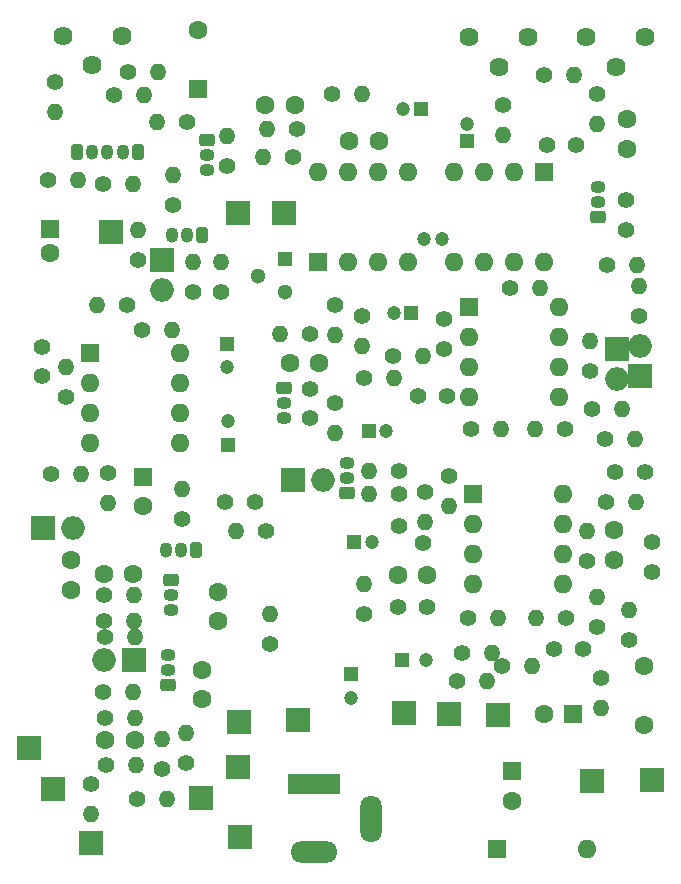
<source format=gbr>
%TF.GenerationSoftware,KiCad,Pcbnew,(6.0.0-0)*%
%TF.CreationDate,2022-11-29T15:18:14-08:00*%
%TF.ProjectId,Ibanez_FL-9,4962616e-657a-45f4-964c-2d392e6b6963,1.0.0*%
%TF.SameCoordinates,Original*%
%TF.FileFunction,Copper,L1,Top*%
%TF.FilePolarity,Positive*%
%FSLAX46Y46*%
G04 Gerber Fmt 4.6, Leading zero omitted, Abs format (unit mm)*
G04 Created by KiCad (PCBNEW (6.0.0-0)) date 2022-11-29 15:18:14*
%MOMM*%
%LPD*%
G01*
G04 APERTURE LIST*
G04 Aperture macros list*
%AMRoundRect*
0 Rectangle with rounded corners*
0 $1 Rounding radius*
0 $2 $3 $4 $5 $6 $7 $8 $9 X,Y pos of 4 corners*
0 Add a 4 corners polygon primitive as box body*
4,1,4,$2,$3,$4,$5,$6,$7,$8,$9,$2,$3,0*
0 Add four circle primitives for the rounded corners*
1,1,$1+$1,$2,$3*
1,1,$1+$1,$4,$5*
1,1,$1+$1,$6,$7*
1,1,$1+$1,$8,$9*
0 Add four rect primitives between the rounded corners*
20,1,$1+$1,$2,$3,$4,$5,0*
20,1,$1+$1,$4,$5,$6,$7,0*
20,1,$1+$1,$6,$7,$8,$9,0*
20,1,$1+$1,$8,$9,$2,$3,0*%
%AMHorizOval*
0 Thick line with rounded ends*
0 $1 width*
0 $2 $3 position (X,Y) of the first rounded end (center of the circle)*
0 $4 $5 position (X,Y) of the second rounded end (center of the circle)*
0 Add line between two ends*
20,1,$1,$2,$3,$4,$5,0*
0 Add two circle primitives to create the rounded ends*
1,1,$1,$2,$3*
1,1,$1,$4,$5*%
G04 Aperture macros list end*
%TA.AperFunction,ComponentPad*%
%ADD10RoundRect,0.250001X-0.799999X-0.799999X0.799999X-0.799999X0.799999X0.799999X-0.799999X0.799999X0*%
%TD*%
%TA.AperFunction,ComponentPad*%
%ADD11C,1.600000*%
%TD*%
%TA.AperFunction,ComponentPad*%
%ADD12C,1.400000*%
%TD*%
%TA.AperFunction,ComponentPad*%
%ADD13O,1.400000X1.400000*%
%TD*%
%TA.AperFunction,ComponentPad*%
%ADD14R,2.000000X2.000000*%
%TD*%
%TA.AperFunction,ComponentPad*%
%ADD15O,2.000000X2.000000*%
%TD*%
%TA.AperFunction,ComponentPad*%
%ADD16R,1.200000X1.200000*%
%TD*%
%TA.AperFunction,ComponentPad*%
%ADD17C,1.200000*%
%TD*%
%TA.AperFunction,ComponentPad*%
%ADD18R,1.600000X1.600000*%
%TD*%
%TA.AperFunction,ComponentPad*%
%ADD19RoundRect,0.249900X0.275100X0.400100X-0.275100X0.400100X-0.275100X-0.400100X0.275100X-0.400100X0*%
%TD*%
%TA.AperFunction,ComponentPad*%
%ADD20O,1.050000X1.300000*%
%TD*%
%TA.AperFunction,ComponentPad*%
%ADD21RoundRect,0.249900X-0.400100X0.275100X-0.400100X-0.275100X0.400100X-0.275100X0.400100X0.275100X0*%
%TD*%
%TA.AperFunction,ComponentPad*%
%ADD22O,1.300000X1.050000*%
%TD*%
%TA.AperFunction,ComponentPad*%
%ADD23RoundRect,0.249900X0.400100X-0.275100X0.400100X0.275100X-0.400100X0.275100X-0.400100X-0.275100X0*%
%TD*%
%TA.AperFunction,ComponentPad*%
%ADD24O,1.600000X1.600000*%
%TD*%
%TA.AperFunction,ComponentPad*%
%ADD25RoundRect,0.249900X-0.275100X-0.400100X0.275100X-0.400100X0.275100X0.400100X-0.275100X0.400100X0*%
%TD*%
%TA.AperFunction,ComponentPad*%
%ADD26R,4.400000X1.800000*%
%TD*%
%TA.AperFunction,ComponentPad*%
%ADD27O,4.000000X1.800000*%
%TD*%
%TA.AperFunction,ComponentPad*%
%ADD28O,1.800000X4.000000*%
%TD*%
%TA.AperFunction,ComponentPad*%
%ADD29C,1.620000*%
%TD*%
%TA.AperFunction,ComponentPad*%
%ADD30R,1.300000X1.300000*%
%TD*%
%TA.AperFunction,ComponentPad*%
%ADD31C,1.300000*%
%TD*%
%TA.AperFunction,ComponentPad*%
%ADD32HorizOval,1.400000X0.000000X0.000000X0.000000X0.000000X0*%
%TD*%
%TA.AperFunction,ViaPad*%
%ADD33C,1.200000*%
%TD*%
G04 APERTURE END LIST*
D10*
%TO.P,JP4,1,A*%
%TO.N,Net-(BT1-Pad1)*%
X219300000Y-100100000D03*
%TD*%
D11*
%TO.P,C126,1*%
%TO.N,Net-(C126-Pad1)*%
X213350000Y-51600000D03*
%TO.P,C126,2*%
%TO.N,/CP9*%
X210850000Y-51600000D03*
%TD*%
D12*
%TO.P,R142,1*%
%TO.N,GND*%
X190180000Y-93600000D03*
D13*
%TO.P,R142,2*%
%TO.N,Net-(D104-Pad1)*%
X192720000Y-93600000D03*
%TD*%
D10*
%TO.P,JP11,1,A*%
%TO.N,Net-(JP11-Pad1)*%
X198300000Y-107200000D03*
%TD*%
D11*
%TO.P,C118,1*%
%TO.N,Net-(C118-Pad1)*%
X214950000Y-88300000D03*
%TO.P,C118,2*%
%TO.N,/CP15*%
X217450000Y-88300000D03*
%TD*%
%TO.P,C107,1*%
%TO.N,GND*%
X234400000Y-52250000D03*
%TO.P,C107,2*%
%TO.N,Net-(C107-Pad2)*%
X234400000Y-49750000D03*
%TD*%
D14*
%TO.P,D107,1,K*%
%TO.N,Net-(D107-Pad1)*%
X195000000Y-61652330D03*
D15*
%TO.P,D107,2,A*%
%TO.N,GND*%
X195000000Y-64192330D03*
%TD*%
D16*
%TO.P,C117,1*%
%TO.N,/CP13*%
X211277401Y-85500000D03*
D17*
%TO.P,C117,2*%
%TO.N,Net-(C117-Pad2)*%
X212777401Y-85500000D03*
%TD*%
D11*
%TO.P,CR1,1*%
%TO.N,Net-(C122-Pad2)*%
X199700000Y-89750000D03*
%TO.P,CR1,2*%
%TO.N,Net-(CR1-Pad2)*%
X199700000Y-92250000D03*
%TD*%
D14*
%TO.P,D105,1,K*%
%TO.N,Net-(D105-Pad1)*%
X184952330Y-84300000D03*
D15*
%TO.P,D105,2,A*%
%TO.N,Net-(D105-Pad2)*%
X187492330Y-84300000D03*
%TD*%
D12*
%TO.P,R114,1*%
%TO.N,+5V*%
X209400000Y-47600000D03*
D13*
%TO.P,R114,2*%
%TO.N,Net-(R114-Pad2)*%
X211940000Y-47600000D03*
%TD*%
D12*
%TO.P,R116,1*%
%TO.N,/CP7*%
X224480000Y-64000000D03*
D13*
%TO.P,R116,2*%
%TO.N,GND*%
X227020000Y-64000000D03*
%TD*%
D12*
%TO.P,R162,1*%
%TO.N,GND*%
X197600000Y-64320000D03*
D13*
%TO.P,R162,2*%
%TO.N,Net-(D107-Pad1)*%
X197600000Y-61780000D03*
%TD*%
D16*
%TO.P,C115,1*%
%TO.N,/CP12*%
X212477401Y-76100000D03*
D17*
%TO.P,C115,2*%
%TO.N,Net-(C115-Pad2)*%
X213977401Y-76100000D03*
%TD*%
D12*
%TO.P,R132,1*%
%TO.N,GND*%
X220400000Y-94900000D03*
D13*
%TO.P,R132,2*%
%TO.N,Net-(JP3-Pad1)*%
X222940000Y-94900000D03*
%TD*%
D11*
%TO.P,C101,1*%
%TO.N,Net-(C101-Pad1)*%
X235800000Y-101000000D03*
%TO.P,C101,2*%
%TO.N,Net-(C101-Pad2)*%
X235800000Y-96000000D03*
%TD*%
D14*
%TO.P,D102,1,K*%
%TO.N,Net-(D101-Pad2)*%
X235500000Y-71447670D03*
D15*
%TO.P,D102,2,A*%
%TO.N,/CP5*%
X235500000Y-68907670D03*
%TD*%
D10*
%TO.P,JP5,1,A*%
%TO.N,Net-(C116-Pad2)*%
X215500000Y-100000000D03*
%TD*%
D12*
%TO.P,R130,1*%
%TO.N,Net-(R130-Pad1)*%
X220880000Y-92000000D03*
D13*
%TO.P,R130,2*%
%TO.N,/4.5v*%
X223420000Y-92000000D03*
%TD*%
D18*
%TO.P,C128,1*%
%TO.N,Net-(C128-Pad1)*%
X198000000Y-47200000D03*
D11*
%TO.P,C128,2*%
%TO.N,GND*%
X198000000Y-42200000D03*
%TD*%
%TO.P,C114,1*%
%TO.N,GND*%
X208300000Y-70400000D03*
%TO.P,C114,2*%
%TO.N,Net-(C114-Pad2)*%
X205800000Y-70400000D03*
%TD*%
D12*
%TO.P,R119,1*%
%TO.N,/CP11*%
X212100000Y-71600000D03*
D13*
%TO.P,R119,2*%
%TO.N,Net-(C111-Pad2)*%
X214640000Y-71600000D03*
%TD*%
D16*
%TO.P,C130,1*%
%TO.N,Net-(C130-Pad1)*%
X200500000Y-68727401D03*
D17*
%TO.P,C130,2*%
%TO.N,Net-(C130-Pad2)*%
X200500000Y-70727401D03*
%TD*%
D12*
%TO.P,R121,1*%
%TO.N,Net-(C113-Pad1)*%
X209600000Y-65480000D03*
D13*
%TO.P,R121,2*%
%TO.N,/CP11*%
X209600000Y-68020000D03*
%TD*%
D12*
%TO.P,R149,1*%
%TO.N,Net-(Q108-Pad1)*%
X190000000Y-55200000D03*
D13*
%TO.P,R149,2*%
%TO.N,Net-(C128-Pad1)*%
X192540000Y-55200000D03*
%TD*%
D12*
%TO.P,R153,1*%
%TO.N,/CP8*%
X190900000Y-47700000D03*
D13*
%TO.P,R153,2*%
%TO.N,Net-(C128-Pad1)*%
X193440000Y-47700000D03*
%TD*%
D12*
%TO.P,R124,1*%
%TO.N,/4.5v*%
X215100000Y-79500000D03*
D13*
%TO.P,R124,2*%
%TO.N,Net-(C115-Pad2)*%
X212560000Y-79500000D03*
%TD*%
D10*
%TO.P,JP1,1,A*%
%TO.N,Net-(JP1-Pad1)*%
X236500000Y-105700000D03*
%TD*%
D16*
%TO.P,C110,1*%
%TO.N,/CP7*%
X216100000Y-66100000D03*
D17*
%TO.P,C110,2*%
%TO.N,Net-(C110-Pad2)*%
X214600000Y-66100000D03*
%TD*%
D19*
%TO.P,Q109,1,B*%
%TO.N,Net-(D107-Pad1)*%
X198400000Y-59500000D03*
D20*
%TO.P,Q109,2,C*%
%TO.N,+5V*%
X197130000Y-59500000D03*
%TO.P,Q109,3,E*%
%TO.N,Net-(JP8-Pad2)*%
X195860000Y-59500000D03*
%TD*%
D21*
%TO.P,Q107,1,E*%
%TO.N,+5V*%
X198765000Y-51530000D03*
D22*
%TO.P,Q107,2,C*%
%TO.N,Net-(Q107-Pad2)*%
X198765000Y-52800000D03*
%TO.P,Q107,3,B*%
%TO.N,Net-(C127-Pad2)*%
X198765000Y-54070000D03*
%TD*%
D10*
%TO.P,JP9,1,A*%
%TO.N,Net-(D1-Pad2)*%
X201400000Y-104600000D03*
%TD*%
D12*
%TO.P,R143,1*%
%TO.N,Net-(Q106-Pad1)*%
X196700000Y-83620000D03*
D13*
%TO.P,R143,2*%
%TO.N,Net-(CR2-Pad1)*%
X196700000Y-81080000D03*
%TD*%
D10*
%TO.P,JP13,1,A*%
%TO.N,Net-(JP13-Pad1)*%
X185800000Y-106400000D03*
%TD*%
D12*
%TO.P,C112,1*%
%TO.N,Net-(C112-Pad1)*%
X218900000Y-69150000D03*
%TO.P,C112,2*%
%TO.N,/CP11*%
X218900000Y-66650000D03*
%TD*%
%TO.P,R110,1*%
%TO.N,/CP5*%
X235400000Y-66420000D03*
D13*
%TO.P,R110,2*%
%TO.N,Net-(C106-Pad1)*%
X235400000Y-63880000D03*
%TD*%
D12*
%TO.P,R159,1*%
%TO.N,Net-(C132-Pad1)*%
X190400000Y-79680000D03*
D13*
%TO.P,R159,2*%
%TO.N,GND*%
X190400000Y-82220000D03*
%TD*%
D12*
%TO.P,R127,1*%
%TO.N,/CP4*%
X219300000Y-79900000D03*
D13*
%TO.P,R127,2*%
%TO.N,Net-(C118-Pad1)*%
X219300000Y-82440000D03*
%TD*%
D12*
%TO.P,R101,1*%
%TO.N,Net-(C101-Pad2)*%
X234500000Y-93800000D03*
D13*
%TO.P,R101,2*%
%TO.N,Net-(R101-Pad2)*%
X234500000Y-91260000D03*
%TD*%
D12*
%TO.P,R118,1*%
%TO.N,Net-(C111-Pad2)*%
X214580000Y-69800000D03*
D13*
%TO.P,R118,2*%
%TO.N,Net-(C112-Pad1)*%
X217120000Y-69800000D03*
%TD*%
D12*
%TO.P,R131,1*%
%TO.N,Net-(C120-Pad2)*%
X219980000Y-97300000D03*
D13*
%TO.P,R131,2*%
%TO.N,Net-(JP3-Pad1)*%
X222520000Y-97300000D03*
%TD*%
D16*
%TO.P,C109,1*%
%TO.N,Net-(C109-Pad1)*%
X216900000Y-48900000D03*
D17*
%TO.P,C109,2*%
%TO.N,GND*%
X215400000Y-48900000D03*
%TD*%
D18*
%TO.P,C132,1*%
%TO.N,Net-(C132-Pad1)*%
X193400000Y-79994888D03*
D11*
%TO.P,C132,2*%
%TO.N,GND*%
X193400000Y-82494888D03*
%TD*%
D12*
%TO.P,R109,1*%
%TO.N,Net-(C104-Pad2)*%
X232500000Y-76800000D03*
D13*
%TO.P,R109,2*%
%TO.N,Net-(R109-Pad2)*%
X235040000Y-76800000D03*
%TD*%
D23*
%TO.P,Q103,1,S*%
%TO.N,/CP13*%
X210635000Y-81370000D03*
D22*
%TO.P,Q103,2,G*%
%TO.N,Net-(D103-Pad2)*%
X210635000Y-80100000D03*
%TO.P,Q103,3,D*%
%TO.N,Net-(C115-Pad2)*%
X210635000Y-78830000D03*
%TD*%
D12*
%TO.P,C113,1*%
%TO.N,Net-(C113-Pad1)*%
X207500000Y-72550000D03*
%TO.P,C113,2*%
%TO.N,/CP12*%
X207500000Y-75050000D03*
%TD*%
%TO.P,R157,1*%
%TO.N,Net-(C131-Pad1)*%
X204100000Y-94200000D03*
D13*
%TO.P,R157,2*%
%TO.N,Net-(JP7-Pad2)*%
X204100000Y-91660000D03*
%TD*%
D12*
%TO.P,R136,1*%
%TO.N,GND*%
X190180000Y-100400000D03*
D13*
%TO.P,R136,2*%
%TO.N,Net-(C123-Pad2)*%
X192720000Y-100400000D03*
%TD*%
D12*
%TO.P,R115,1*%
%TO.N,Net-(R115-Pad1)*%
X227300000Y-46000000D03*
D13*
%TO.P,R115,2*%
%TO.N,GND*%
X229840000Y-46000000D03*
%TD*%
D11*
%TO.P,C123,1*%
%TO.N,Net-(C122-Pad1)*%
X190200000Y-102300000D03*
%TO.P,C123,2*%
%TO.N,Net-(C123-Pad2)*%
X192700000Y-102300000D03*
%TD*%
D18*
%TO.P,IC101,1*%
%TO.N,/CP15*%
X221300000Y-81500000D03*
D24*
%TO.P,IC101,2,-*%
%TO.N,Net-(C118-Pad1)*%
X221300000Y-84040000D03*
%TO.P,IC101,3,+*%
%TO.N,Net-(R130-Pad1)*%
X221300000Y-86580000D03*
%TO.P,IC101,4*%
%TO.N,N/C*%
X221300000Y-89120000D03*
%TO.P,IC101,5,+*%
%TO.N,Net-(R101-Pad2)*%
X228920000Y-89120000D03*
%TO.P,IC101,6,-*%
%TO.N,Net-(C102-Pad1)*%
X228920000Y-86580000D03*
%TO.P,IC101,7*%
%TO.N,/CP4*%
X228920000Y-84040000D03*
%TO.P,IC101,8*%
%TO.N,N/C*%
X228920000Y-81500000D03*
%TD*%
D12*
%TO.P,R138,1*%
%TO.N,Net-(R138-Pad1)*%
X190280000Y-104400000D03*
D13*
%TO.P,R138,2*%
%TO.N,Net-(C122-Pad1)*%
X192820000Y-104400000D03*
%TD*%
D10*
%TO.P,JP15,1,A*%
%TO.N,Net-(JP15-Pad1)*%
X205300000Y-57700000D03*
%TD*%
D11*
%TO.P,C127,1*%
%TO.N,Net-(C126-Pad1)*%
X206250000Y-48500000D03*
%TO.P,C127,2*%
%TO.N,Net-(C127-Pad2)*%
X203750000Y-48500000D03*
%TD*%
D12*
%TO.P,R111,1*%
%TO.N,Net-(C107-Pad2)*%
X232680000Y-62100000D03*
D13*
%TO.P,R111,2*%
%TO.N,Net-(C106-Pad1)*%
X235220000Y-62100000D03*
%TD*%
D10*
%TO.P,JP7,1,A*%
%TO.N,Net-(JP7-Pad1)*%
X201500000Y-100800000D03*
%TD*%
D25*
%TO.P,Q108,1,B1*%
%TO.N,Net-(Q108-Pad1)*%
X187817000Y-52506500D03*
D20*
%TO.P,Q108,2,C1*%
X189087000Y-52506500D03*
%TO.P,Q108,3,E*%
%TO.N,GND*%
X190357000Y-52506500D03*
%TO.P,Q108,4,C2*%
%TO.N,Net-(Q108-Pad4)*%
X191699000Y-52536500D03*
D19*
%TO.P,Q108,5,B2*%
%TO.N,Net-(C128-Pad1)*%
X192969000Y-52536500D03*
%TD*%
D12*
%TO.P,C103,1*%
%TO.N,Net-(C103-Pad1)*%
X228150000Y-94600000D03*
%TO.P,C103,2*%
%TO.N,Net-(C103-Pad2)*%
X230650000Y-94600000D03*
%TD*%
%TO.P,C106,1*%
%TO.N,Net-(C106-Pad1)*%
X234300000Y-59100000D03*
%TO.P,C106,2*%
%TO.N,/CP6*%
X234300000Y-56600000D03*
%TD*%
%TO.P,R108,1*%
%TO.N,Net-(C104-Pad2)*%
X231400000Y-74300000D03*
D13*
%TO.P,R108,2*%
%TO.N,Net-(D101-Pad2)*%
X233940000Y-74300000D03*
%TD*%
D11*
%TO.P,C124,1*%
%TO.N,GND*%
X187300000Y-87050000D03*
%TO.P,C124,2*%
%TO.N,Net-(C122-Pad1)*%
X187300000Y-89550000D03*
%TD*%
D10*
%TO.P,JP2,1,A*%
%TO.N,Net-(J1-PadT)*%
X231400000Y-105800000D03*
%TD*%
D12*
%TO.P,R141,1*%
%TO.N,Net-(C122-Pad1)*%
X192880000Y-107300000D03*
D13*
%TO.P,R141,2*%
%TO.N,Net-(JP11-Pad1)*%
X195420000Y-107300000D03*
%TD*%
D21*
%TO.P,Q105,1,B*%
%TO.N,Net-(C122-Pad2)*%
X195765000Y-88730000D03*
D22*
%TO.P,Q105,2,C*%
%TO.N,Net-(CR2-Pad1)*%
X195765000Y-90000000D03*
%TO.P,Q105,3,E*%
%TO.N,Net-(D104-Pad2)*%
X195765000Y-91270000D03*
%TD*%
D12*
%TO.P,R139,1*%
%TO.N,Net-(R138-Pad1)*%
X197000000Y-104220000D03*
D13*
%TO.P,R139,2*%
%TO.N,+9V*%
X197000000Y-101680000D03*
%TD*%
D12*
%TO.P,R145,1*%
%TO.N,/CP9*%
X206100000Y-52900000D03*
D13*
%TO.P,R145,2*%
%TO.N,Net-(Q107-Pad2)*%
X203560000Y-52900000D03*
%TD*%
D12*
%TO.P,R107,1*%
%TO.N,Net-(C104-Pad2)*%
X231200000Y-71020000D03*
D13*
%TO.P,R107,2*%
%TO.N,/CP5*%
X231200000Y-68480000D03*
%TD*%
D18*
%TO.P,IC103,1*%
%TO.N,Net-(C129-Pad2)*%
X188900000Y-69500000D03*
D24*
%TO.P,IC103,2,-*%
%TO.N,Net-(C129-Pad1)*%
X188900000Y-72040000D03*
%TO.P,IC103,3,+*%
%TO.N,Net-(R155-Pad1)*%
X188900000Y-74580000D03*
%TO.P,IC103,4*%
%TO.N,N/C*%
X188900000Y-77120000D03*
%TO.P,IC103,5,+*%
%TO.N,Net-(C132-Pad1)*%
X196520000Y-77120000D03*
%TO.P,IC103,6,-*%
%TO.N,Net-(C131-Pad1)*%
X196520000Y-74580000D03*
%TO.P,IC103,7*%
%TO.N,Net-(C130-Pad1)*%
X196520000Y-72040000D03*
%TO.P,IC103,8*%
%TO.N,N/C*%
X196520000Y-69500000D03*
%TD*%
D11*
%TO.P,C102,1*%
%TO.N,Net-(C102-Pad1)*%
X233300000Y-87050000D03*
%TO.P,C102,2*%
%TO.N,/CP4*%
X233300000Y-84550000D03*
%TD*%
D18*
%TO.P,IC105,1,VDD*%
%TO.N,+5V*%
X208200000Y-61800000D03*
D24*
%TO.P,IC105,2,CP1*%
%TO.N,Net-(IC104-Pad2)*%
X210740000Y-61800000D03*
%TO.P,IC105,3,GND*%
%TO.N,GND*%
X213280000Y-61800000D03*
%TO.P,IC105,4,CP2*%
%TO.N,/CP1*%
X215820000Y-61800000D03*
%TO.P,IC105,5,OX3*%
%TO.N,Net-(C126-Pad1)*%
X215820000Y-54180000D03*
%TO.P,IC105,6,OX2*%
%TO.N,unconnected-(IC105-Pad6)*%
X213280000Y-54180000D03*
%TO.P,IC105,7,OX1*%
%TO.N,/CP9*%
X210740000Y-54180000D03*
%TO.P,IC105,8,VGG*%
%TO.N,Net-(C125-Pad1)*%
X208200000Y-54180000D03*
%TD*%
D12*
%TO.P,R152,1*%
%TO.N,Net-(R152-Pad1)*%
X185900000Y-46600000D03*
D13*
%TO.P,R152,2*%
%TO.N,+5V*%
X185900000Y-49140000D03*
%TD*%
D18*
%TO.P,IC104,1,GND*%
%TO.N,GND*%
X227300000Y-54200000D03*
D24*
%TO.P,IC104,2,CP1*%
%TO.N,Net-(IC104-Pad2)*%
X224760000Y-54200000D03*
%TO.P,IC104,3,IN*%
%TO.N,Net-(C108-Pad2)*%
X222220000Y-54200000D03*
%TO.P,IC104,4,VGG*%
%TO.N,Net-(C125-Pad1)*%
X219680000Y-54200000D03*
%TO.P,IC104,5,VDD*%
%TO.N,+5V*%
X219680000Y-61820000D03*
%TO.P,IC104,6,CP2*%
%TO.N,/CP1*%
X222220000Y-61820000D03*
%TO.P,IC104,7,OUT1*%
%TO.N,/CP7*%
X224760000Y-61820000D03*
%TO.P,IC104,8,OUT2*%
X227300000Y-61820000D03*
%TD*%
D12*
%TO.P,R104,1*%
%TO.N,Net-(C105-Pad2)*%
X231800000Y-92700000D03*
D13*
%TO.P,R104,2*%
%TO.N,Net-(C102-Pad1)*%
X231800000Y-90160000D03*
%TD*%
D26*
%TO.P,J3,1*%
%TO.N,GND*%
X207900000Y-106000000D03*
D27*
%TO.P,J3,2*%
%TO.N,+9V*%
X207900000Y-111800000D03*
D28*
%TO.P,J3,3*%
%TO.N,Net-(J3-Pad3)*%
X212700000Y-109000000D03*
%TD*%
D12*
%TO.P,C111,1*%
%TO.N,GND*%
X216650000Y-73200000D03*
%TO.P,C111,2*%
%TO.N,Net-(C111-Pad2)*%
X219150000Y-73200000D03*
%TD*%
D29*
%TO.P,RV103,1,1*%
%TO.N,Net-(R109-Pad2)*%
X235900000Y-42775000D03*
%TO.P,RV103,2,2*%
%TO.N,Net-(C103-Pad1)*%
X233400000Y-45275000D03*
%TO.P,RV103,3,3*%
X230900000Y-42775000D03*
%TD*%
D10*
%TO.P,JP12,1,A*%
%TO.N,Net-(D1-Pad1)*%
X189000000Y-111000000D03*
%TD*%
%TO.P,JP16,1,A*%
%TO.N,Net-(JP16-Pad1)*%
X190700000Y-59300000D03*
%TD*%
D12*
%TO.P,C121,1*%
%TO.N,GND*%
X200350000Y-82100000D03*
%TO.P,C121,2*%
%TO.N,/CP14*%
X202850000Y-82100000D03*
%TD*%
%TO.P,C105,1*%
%TO.N,/4.5v*%
X236500000Y-88050000D03*
%TO.P,C105,2*%
%TO.N,Net-(C105-Pad2)*%
X236500000Y-85550000D03*
%TD*%
%TO.P,R134,1*%
%TO.N,+9V*%
X190080000Y-92200000D03*
D13*
%TO.P,R134,2*%
%TO.N,Net-(CR2-Pad1)*%
X192620000Y-92200000D03*
%TD*%
D10*
%TO.P,JP3,1,A*%
%TO.N,Net-(JP3-Pad1)*%
X223400000Y-100200000D03*
%TD*%
D12*
%TO.P,R163,1*%
%TO.N,+9V*%
X232200000Y-97080000D03*
D13*
%TO.P,R163,2*%
%TO.N,/4.5v*%
X232200000Y-99620000D03*
%TD*%
D12*
%TO.P,R103,1*%
%TO.N,Net-(C102-Pad1)*%
X231000000Y-87120000D03*
D13*
%TO.P,R103,2*%
%TO.N,/CP4*%
X231000000Y-84580000D03*
%TD*%
D19*
%TO.P,Q106,1,B*%
%TO.N,Net-(Q106-Pad1)*%
X197900000Y-86200000D03*
D20*
%TO.P,Q106,2,C*%
%TO.N,Net-(Q106-Pad2)*%
X196630000Y-86200000D03*
%TO.P,Q106,3,E*%
%TO.N,Net-(D104-Pad2)*%
X195360000Y-86200000D03*
%TD*%
D12*
%TO.P,R112,1*%
%TO.N,GND*%
X231800000Y-47580000D03*
D13*
%TO.P,R112,2*%
%TO.N,/CP6*%
X231800000Y-50120000D03*
%TD*%
D23*
%TO.P,Q101,1,B*%
%TO.N,Net-(C107-Pad2)*%
X231900000Y-58000000D03*
D22*
%TO.P,Q101,2,C*%
%TO.N,/4.5v*%
X231900000Y-56730000D03*
%TO.P,Q101,3,E*%
%TO.N,/CP6*%
X231900000Y-55460000D03*
%TD*%
D29*
%TO.P,RV102,1,1*%
%TO.N,Net-(R114-Pad2)*%
X226000000Y-42775000D03*
%TO.P,RV102,2,2*%
%TO.N,Net-(C109-Pad1)*%
X223500000Y-45275000D03*
%TO.P,RV102,3,3*%
%TO.N,Net-(R115-Pad1)*%
X221000000Y-42775000D03*
%TD*%
D12*
%TO.P,C129,1*%
%TO.N,Net-(C129-Pad1)*%
X184800000Y-71500000D03*
%TO.P,C129,2*%
%TO.N,Net-(C129-Pad2)*%
X184800000Y-69000000D03*
%TD*%
D16*
%TO.P,C116,1*%
%TO.N,/CP13*%
X211000000Y-96727401D03*
D17*
%TO.P,C116,2*%
%TO.N,Net-(C116-Pad2)*%
X211000000Y-98727401D03*
%TD*%
D12*
%TO.P,C119,1*%
%TO.N,Net-(C119-Pad1)*%
X214950000Y-91000000D03*
%TO.P,C119,2*%
%TO.N,/CP15*%
X217450000Y-91000000D03*
%TD*%
D29*
%TO.P,RV101,1,1*%
%TO.N,GND*%
X191600000Y-42675000D03*
%TO.P,RV101,2,2*%
%TO.N,Net-(R151-Pad1)*%
X189100000Y-45175000D03*
%TO.P,RV101,3,3*%
%TO.N,Net-(R152-Pad1)*%
X186600000Y-42675000D03*
%TD*%
D12*
%TO.P,R125,1*%
%TO.N,/4.5v*%
X215100000Y-81500000D03*
D13*
%TO.P,R125,2*%
%TO.N,/CP13*%
X212560000Y-81500000D03*
%TD*%
D12*
%TO.P,R140,1*%
%TO.N,Net-(R138-Pad1)*%
X195000000Y-104720000D03*
D13*
%TO.P,R140,2*%
%TO.N,GND*%
X195000000Y-102180000D03*
%TD*%
D18*
%TO.P,IC102,1*%
%TO.N,/CP11*%
X221000000Y-65600000D03*
D24*
%TO.P,IC102,2,-*%
%TO.N,Net-(C112-Pad1)*%
X221000000Y-68140000D03*
%TO.P,IC102,3,+*%
%TO.N,Net-(R120-Pad1)*%
X221000000Y-70680000D03*
%TO.P,IC102,4*%
%TO.N,N/C*%
X221000000Y-73220000D03*
%TO.P,IC102,5,+*%
%TO.N,Net-(R106-Pad1)*%
X228620000Y-73220000D03*
%TO.P,IC102,6,-*%
%TO.N,Net-(C104-Pad2)*%
X228620000Y-70680000D03*
%TO.P,IC102,7*%
%TO.N,/CP5*%
X228620000Y-68140000D03*
%TO.P,IC102,8*%
%TO.N,N/C*%
X228620000Y-65600000D03*
%TD*%
D12*
%TO.P,R120,1*%
%TO.N,Net-(R120-Pad1)*%
X221180000Y-76000000D03*
D13*
%TO.P,R120,2*%
%TO.N,/4.5v*%
X223720000Y-76000000D03*
%TD*%
D14*
%TO.P,D104,1,K*%
%TO.N,Net-(D104-Pad1)*%
X192647670Y-95500000D03*
D15*
%TO.P,D104,2,A*%
%TO.N,Net-(D104-Pad2)*%
X190107670Y-95500000D03*
%TD*%
D16*
%TO.P,C120,1*%
%TO.N,/CP15*%
X215327401Y-95500000D03*
D17*
%TO.P,C120,2*%
%TO.N,Net-(C120-Pad2)*%
X217327401Y-95500000D03*
%TD*%
D12*
%TO.P,R122,1*%
%TO.N,Net-(C113-Pad1)*%
X207520000Y-67900000D03*
D13*
%TO.P,R122,2*%
%TO.N,Net-(C114-Pad2)*%
X204980000Y-67900000D03*
%TD*%
D10*
%TO.P,JP6,1,A*%
%TO.N,Net-(JP6-Pad1)*%
X206500000Y-100600000D03*
%TD*%
D12*
%TO.P,R133,1*%
%TO.N,/CP14*%
X203820000Y-84600000D03*
D13*
%TO.P,R133,2*%
%TO.N,Net-(CR2-Pad1)*%
X201280000Y-84600000D03*
%TD*%
D21*
%TO.P,Q102,1,B*%
%TO.N,Net-(C114-Pad2)*%
X205300000Y-72530000D03*
D22*
%TO.P,Q102,2,C*%
%TO.N,/4.5v*%
X205300000Y-73800000D03*
%TO.P,Q102,3,E*%
%TO.N,/CP12*%
X205300000Y-75070000D03*
%TD*%
D12*
%TO.P,R105,1*%
%TO.N,/CP4*%
X232580000Y-82100000D03*
D13*
%TO.P,R105,2*%
%TO.N,Net-(C104-Pad1)*%
X235120000Y-82100000D03*
%TD*%
D12*
%TO.P,R106,1*%
%TO.N,Net-(R106-Pad1)*%
X229100000Y-76000000D03*
D13*
%TO.P,R106,2*%
%TO.N,/4.5v*%
X226560000Y-76000000D03*
%TD*%
D30*
%TO.P,IC106,1,VO*%
%TO.N,+5V*%
X205383000Y-61603000D03*
D31*
%TO.P,IC106,2,GND*%
%TO.N,GND*%
X203097000Y-63000000D03*
%TO.P,IC106,3,VI*%
%TO.N,+9V*%
X205383000Y-64397000D03*
%TD*%
D12*
%TO.P,R161,1*%
%TO.N,Net-(D107-Pad1)*%
X195900000Y-57020000D03*
D13*
%TO.P,R161,2*%
%TO.N,+5V*%
X195900000Y-54480000D03*
%TD*%
D18*
%TO.P,D106,1,K*%
%TO.N,+9V*%
X223390000Y-111500000D03*
D24*
%TO.P,D106,2,A*%
%TO.N,GND*%
X231010000Y-111500000D03*
%TD*%
D18*
%TO.P,C133,1*%
%TO.N,+9V*%
X224600000Y-104917621D03*
D11*
%TO.P,C133,2*%
%TO.N,GND*%
X224600000Y-107417621D03*
%TD*%
D10*
%TO.P,JP8,1,A*%
%TO.N,Net-(JP8-Pad1)*%
X201400000Y-57700000D03*
%TD*%
D11*
%TO.P,CR2,1*%
%TO.N,Net-(CR2-Pad1)*%
X198400000Y-96350000D03*
%TO.P,CR2,2*%
%TO.N,Net-(C123-Pad2)*%
X198400000Y-98850000D03*
%TD*%
D12*
%TO.P,R126,1*%
%TO.N,Net-(C118-Pad1)*%
X217100000Y-85600000D03*
D32*
%TO.P,R126,2*%
%TO.N,Net-(C117-Pad2)*%
X215019354Y-84143116D03*
%TD*%
D14*
%TO.P,D101,1,K*%
%TO.N,/CP5*%
X233500000Y-69152330D03*
D15*
%TO.P,D101,2,A*%
%TO.N,Net-(D101-Pad2)*%
X233500000Y-71692330D03*
%TD*%
D12*
%TO.P,C108,1*%
%TO.N,/CP6*%
X230050000Y-51900000D03*
%TO.P,C108,2*%
%TO.N,Net-(C108-Pad2)*%
X227550000Y-51900000D03*
%TD*%
%TO.P,R102,1*%
%TO.N,Net-(R101-Pad2)*%
X229200000Y-92000000D03*
D13*
%TO.P,R102,2*%
%TO.N,/4.5v*%
X226660000Y-92000000D03*
%TD*%
D12*
%TO.P,R113,1*%
%TO.N,Net-(C109-Pad1)*%
X223900000Y-48500000D03*
D13*
%TO.P,R113,2*%
%TO.N,Net-(C108-Pad2)*%
X223900000Y-51040000D03*
%TD*%
D14*
%TO.P,D103,1,K*%
%TO.N,/CP14*%
X206052330Y-80300000D03*
D15*
%TO.P,D103,2,A*%
%TO.N,Net-(D103-Pad2)*%
X208592330Y-80300000D03*
%TD*%
D12*
%TO.P,C104,1*%
%TO.N,Net-(C104-Pad1)*%
X235850000Y-79600000D03*
%TO.P,C104,2*%
%TO.N,Net-(C104-Pad2)*%
X233350000Y-79600000D03*
%TD*%
%TO.P,R146,1*%
%TO.N,Net-(C126-Pad1)*%
X206420000Y-50600000D03*
D13*
%TO.P,R146,2*%
%TO.N,Net-(C127-Pad2)*%
X203880000Y-50600000D03*
%TD*%
D10*
%TO.P,JP14,1,A*%
%TO.N,Net-(JP14-Pad1)*%
X183700000Y-103000000D03*
%TD*%
D12*
%TO.P,R165,1*%
%TO.N,GND*%
X200000000Y-64320000D03*
D13*
%TO.P,R165,2*%
%TO.N,Net-(JP8-Pad2)*%
X200000000Y-61780000D03*
%TD*%
D12*
%TO.P,R128,1*%
%TO.N,Net-(C119-Pad1)*%
X212100000Y-91600000D03*
D13*
%TO.P,R128,2*%
%TO.N,Net-(C118-Pad1)*%
X212100000Y-89060000D03*
%TD*%
D16*
%TO.P,C131,1*%
%TO.N,Net-(C131-Pad1)*%
X200600000Y-77300000D03*
D17*
%TO.P,C131,2*%
%TO.N,Net-(C130-Pad2)*%
X200600000Y-75300000D03*
%TD*%
D12*
%TO.P,R137,1*%
%TO.N,GND*%
X190080000Y-90000000D03*
D13*
%TO.P,R137,2*%
%TO.N,Net-(C122-Pad2)*%
X192620000Y-90000000D03*
%TD*%
D12*
%TO.P,R158,1*%
%TO.N,Net-(C132-Pad1)*%
X193300000Y-67600000D03*
D13*
%TO.P,R158,2*%
%TO.N,+5V*%
X195840000Y-67600000D03*
%TD*%
D12*
%TO.P,R156,1*%
%TO.N,Net-(C130-Pad1)*%
X192000000Y-65500000D03*
D13*
%TO.P,R156,2*%
%TO.N,Net-(R155-Pad1)*%
X189460000Y-65500000D03*
%TD*%
D16*
%TO.P,C125,1*%
%TO.N,Net-(C125-Pad1)*%
X220800000Y-51600000D03*
D17*
%TO.P,C125,2*%
%TO.N,GND*%
X220800000Y-50100000D03*
%TD*%
D18*
%TO.P,C134,1*%
%TO.N,+5V*%
X185500000Y-59044888D03*
D11*
%TO.P,C134,2*%
%TO.N,GND*%
X185500000Y-61044888D03*
%TD*%
D12*
%TO.P,R135,1*%
%TO.N,+9V*%
X189980000Y-98200000D03*
D13*
%TO.P,R135,2*%
%TO.N,Net-(CR1-Pad2)*%
X192520000Y-98200000D03*
%TD*%
D12*
%TO.P,R150,1*%
%TO.N,Net-(Q108-Pad1)*%
X185380000Y-54900000D03*
D13*
%TO.P,R150,2*%
%TO.N,+5V*%
X187920000Y-54900000D03*
%TD*%
D12*
%TO.P,R154,1*%
%TO.N,Net-(C129-Pad1)*%
X185600000Y-79800000D03*
D13*
%TO.P,R154,2*%
%TO.N,Net-(C132-Pad1)*%
X188140000Y-79800000D03*
%TD*%
D23*
%TO.P,Q104,1,B*%
%TO.N,Net-(C123-Pad2)*%
X195535000Y-97670000D03*
D22*
%TO.P,Q104,2,C*%
%TO.N,Net-(CR1-Pad2)*%
X195535000Y-96400000D03*
%TO.P,Q104,3,E*%
%TO.N,Net-(D104-Pad2)*%
X195535000Y-95130000D03*
%TD*%
D12*
%TO.P,R148,1*%
%TO.N,Net-(Q107-Pad2)*%
X197120000Y-50000000D03*
D13*
%TO.P,R148,2*%
%TO.N,Net-(Q108-Pad4)*%
X194580000Y-50000000D03*
%TD*%
D12*
%TO.P,R117,1*%
%TO.N,Net-(C110-Pad2)*%
X211900000Y-66380000D03*
D13*
%TO.P,R117,2*%
%TO.N,Net-(C111-Pad2)*%
X211900000Y-68920000D03*
%TD*%
D12*
%TO.P,R147,1*%
%TO.N,+5V*%
X200500000Y-53720000D03*
D13*
%TO.P,R147,2*%
%TO.N,Net-(C127-Pad2)*%
X200500000Y-51180000D03*
%TD*%
D12*
%TO.P,R144,1*%
%TO.N,Net-(D105-Pad2)*%
X189000000Y-105980000D03*
D13*
%TO.P,R144,2*%
%TO.N,Net-(Q106-Pad2)*%
X189000000Y-108520000D03*
%TD*%
D12*
%TO.P,R164,1*%
%TO.N,GND*%
X223780000Y-96000000D03*
D13*
%TO.P,R164,2*%
%TO.N,/4.5v*%
X226320000Y-96000000D03*
%TD*%
D18*
%TO.P,C135,1*%
%TO.N,/4.5v*%
X229805113Y-100100000D03*
D11*
%TO.P,C135,2*%
%TO.N,GND*%
X227305113Y-100100000D03*
%TD*%
D12*
%TO.P,R160,1*%
%TO.N,Net-(D107-Pad1)*%
X193000000Y-61620000D03*
D13*
%TO.P,R160,2*%
%TO.N,Net-(JP16-Pad2)*%
X193000000Y-59080000D03*
%TD*%
D10*
%TO.P,JP10,1,A*%
%TO.N,Net-(JP10-Pad1)*%
X201600000Y-110500000D03*
%TD*%
D11*
%TO.P,C122,1*%
%TO.N,Net-(C122-Pad1)*%
X190050000Y-88200000D03*
%TO.P,C122,2*%
%TO.N,Net-(C122-Pad2)*%
X192550000Y-88200000D03*
%TD*%
D12*
%TO.P,R151,1*%
%TO.N,Net-(R151-Pad1)*%
X192100000Y-45700000D03*
D13*
%TO.P,R151,2*%
%TO.N,Net-(C128-Pad1)*%
X194640000Y-45700000D03*
%TD*%
D12*
%TO.P,R155,1*%
%TO.N,Net-(R155-Pad1)*%
X186900000Y-73220000D03*
D13*
%TO.P,R155,2*%
%TO.N,Net-(C129-Pad2)*%
X186900000Y-70680000D03*
%TD*%
D12*
%TO.P,R129,1*%
%TO.N,Net-(C118-Pad1)*%
X217300000Y-81300000D03*
D13*
%TO.P,R129,2*%
%TO.N,/CP15*%
X217300000Y-83840000D03*
%TD*%
D12*
%TO.P,R123,1*%
%TO.N,GND*%
X209600000Y-73800000D03*
D13*
%TO.P,R123,2*%
%TO.N,/CP12*%
X209600000Y-76340000D03*
%TD*%
D33*
%TO.N,/CP1*%
X218700000Y-59900000D03*
X217200000Y-59900000D03*
%TD*%
M02*

</source>
